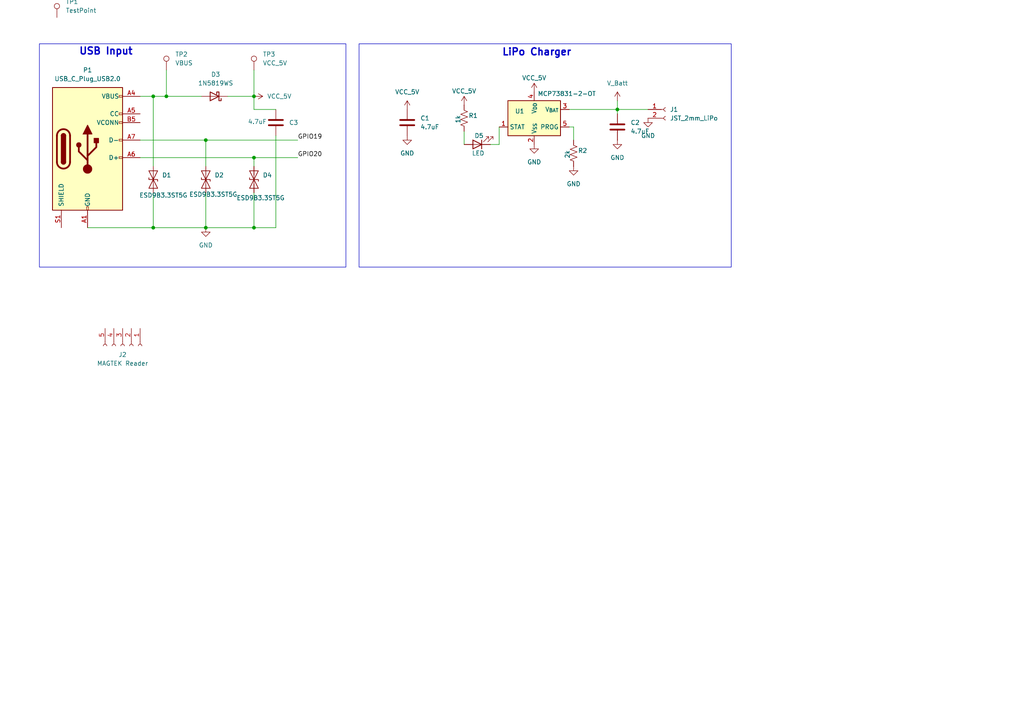
<source format=kicad_sch>
(kicad_sch (version 20250114) (generator "eeschema") (generator_version "9.0")
  (paper "A4")
  (title_block (title "Pos with lcd, magtek reader, esp32s3") (date "2025-12-18") (rev "V1") (company "Nyir"))
  (lib_symbols
    (symbol "Battery_Management:MCP73831-2-OT"
      (property "Reference" "U1" (at 2.1433 10.16 0))
      (property "Value" "MCP73831-2-OT" (at 2.1433 7.62 0))
      (symbol "MCP73831-2-OT_0_1"
        (rectangle (start -7.62 5.08) (end 7.62 -5.08) (stroke (width 0.254)) (fill (type background)))
      )
      (symbol "MCP73831-2-OT_1_1"
        (pin input line (at -10.16 -2.54 0) (length 2.54) (name "STAT") (number "1"))
        (pin power_in line (at 0 7.62 270) (length 2.54) (name "V_{DD}") (number "4"))
        (pin power_in line (at 0 -7.62 90) (length 2.54) (name "V_{SS}") (number "2"))
        (pin power_out line (at 10.16 2.54 180) (length 2.54) (name "V_{BAT}") (number "3"))
        (pin tri_state line (at 10.16 -2.54 180) (length 2.54) (name "PROG") (number "5"))
      )
    )
    (symbol "Connector:Conn_01x02_Socket" (pin_names (offset 1.016) (hide yes))
      (property "Reference" "J" (at 0 2.54 0))
      (property "Value" "Conn_01x02_Socket" (at 0 -5.08 0))
      (symbol "Conn_01x02_Socket_1_1"
        (polyline (pts (xy -1.27 0) (xy -0.508 0)) (stroke (width 0.1524)))
        (polyline (pts (xy -1.27 -2.54) (xy -0.508 -2.54)) (stroke (width 0.1524)))
        (arc (start 0 -0.508) (mid -0.5058 0) (end 0 0.508) (stroke (width 0.1524)))
        (arc (start 0 -3.048) (mid -0.5058 -2.54) (end 0 -2.032) (stroke (width 0.1524)))
        (pin passive line (at -5.08 0 0) (length 3.81) (name "Pin_1") (number "1"))
        (pin passive line (at -5.08 -2.54 0) (length 3.81) (name "Pin_2") (number "2"))
      )
    )
    (symbol "Connector:Conn_01x05_Socket" (pin_names (offset 1.016) (hide yes))
      (property "Reference" "J" (at 0 7.62 0))
      (property "Value" "Conn_01x05_Socket" (at 0 -7.62 0))
      (symbol "Conn_01x05_Socket_1_1"
        (polyline (pts (xy -1.27 5.08) (xy -0.508 5.08)) (stroke (width 0.1524)))
        (polyline (pts (xy -1.27 2.54) (xy -0.508 2.54)) (stroke (width 0.1524)))
        (polyline (pts (xy -1.27 0) (xy -0.508 0)) (stroke (width 0.1524)))
        (polyline (pts (xy -1.27 -2.54) (xy -0.508 -2.54)) (stroke (width 0.1524)))
        (polyline (pts (xy -1.27 -5.08) (xy -0.508 -5.08)) (stroke (width 0.1524)))
        (arc (start 0 4.572) (mid -0.5058 5.08) (end 0 5.588) (stroke (width 0.1524)))
        (arc (start 0 2.032) (mid -0.5058 2.54) (end 0 3.048) (stroke (width 0.1524)))
        (arc (start 0 -0.508) (mid -0.5058 0) (end 0 0.508) (stroke (width 0.1524)))
        (arc (start 0 -3.048) (mid -0.5058 -2.54) (end 0 -2.032) (stroke (width 0.1524)))
        (arc (start 0 -5.588) (mid -0.5058 -5.08) (end 0 -4.572) (stroke (width 0.1524)))
        (pin passive line (at -5.08 5.08 0) (length 3.81) (name "Pin_1") (number "1"))
        (pin passive line (at -5.08 2.54 0) (length 3.81) (name "Pin_2") (number "2"))
        (pin passive line (at -5.08 0 0) (length 3.81) (name "Pin_3") (number "3"))
        (pin passive line (at -5.08 -2.54 0) (length 3.81) (name "Pin_4") (number "4"))
        (pin passive line (at -5.08 -5.08 0) (length 3.81) (name "Pin_5") (number "5"))
      )
    )
    (symbol "Connector:TestPoint" (pin_numbers (hide yes)) (pin_names (offset 0.762) (hide yes))
      (property "Reference" "TP" (at 0 6.858 0))
      (property "Value" "TestPoint" (at 0 5.08 0))
      (symbol "TestPoint_0_1"
        (circle (center 0 3.302) (radius 0.762))
      )
      (symbol "TestPoint_1_1"
        (pin passive line (at 0 0 90) (length 2.54) (name "1") (number "1"))
      )
    )
    (symbol "Connector:USB_C_Plug_USB2.0" (pin_names (offset 1.016))
      (property "Reference" "P" (at -10.16 19.05 0))
      (property "Value" "USB_C_Plug_USB2.0" (at 12.7 19.05 0))
      (symbol "USB_C_Plug_USB2.0_0_0"
        (rectangle (start -0.254 -17.78) (end 0.254 -16.764))
        (rectangle (start 10.16 15.494) (end 9.144 14.986))
        (rectangle (start 10.16 10.414) (end 9.144 9.906))
        (rectangle (start 10.16 7.874) (end 9.144 7.366))
        (rectangle (start 10.16 2.794) (end 9.144 2.286))
        (rectangle (start 10.16 -2.286) (end 9.144 -2.794))
      )
      (symbol "USB_C_Plug_USB2.0_0_1"
        (rectangle (start -10.16 17.78) (end 10.16 -17.78) (stroke (width 0.254)) (fill (type background)))
        (polyline (pts (xy -8.89 -3.81) (xy -8.89 3.81)) (stroke (width 0.508)))
        (rectangle (start -7.62 -3.81) (end -6.35 3.81) (stroke (width 0.254)) (fill (type outline)))
        (arc (start -7.62 3.81) (mid -6.985 4.4423) (end -6.35 3.81) (stroke (width 0.254)))
        (arc (start -7.62 3.81) (mid -6.985 4.4423) (end -6.35 3.81) (stroke (width 0.254)) (fill (type outline)))
        (arc (start -8.89 3.81) (mid -6.985 5.7067) (end -5.08 3.81) (stroke (width 0.508)))
        (arc (start -5.08 -3.81) (mid -6.985 -5.7067) (end -8.89 -3.81) (stroke (width 0.508)))
        (arc (start -6.35 -3.81) (mid -6.985 -4.4423) (end -7.62 -3.81) (stroke (width 0.254)))
        (arc (start -6.35 -3.81) (mid -6.985 -4.4423) (end -7.62 -3.81) (stroke (width 0.254)) (fill (type outline)))
        (polyline (pts (xy -5.08 3.81) (xy -5.08 -3.81)) (stroke (width 0.508)))
        (circle (center -2.54 1.143) (radius 0.635) (stroke (width 0.254)) (fill (type outline)))
        (polyline (pts (xy -1.27 4.318) (xy 0 6.858) (xy 1.27 4.318) (xy -1.27 4.318)) (stroke (width 0.254)) (fill (type outline)))
        (polyline (pts (xy 0 -2.032) (xy 2.54 0.508) (xy 2.54 1.778)) (stroke (width 0.508)))
        (polyline (pts (xy 0 -3.302) (xy -2.54 -0.762) (xy -2.54 0.508)) (stroke (width 0.508)))
        (polyline (pts (xy 0 -5.842) (xy 0 4.318)) (stroke (width 0.508)))
        (circle (center 0 -5.842) (radius 1.27) (fill (type outline)))
        (rectangle (start 1.905 1.778) (end 3.175 3.048) (stroke (width 0.254)) (fill (type outline)))
      )
      (symbol "USB_C_Plug_USB2.0_1_1"
        (pin passive line (at -7.62 -22.86 90) (length 5.08) (name "SHIELD") (number "S1"))
        (pin passive line (at 0 -22.86 90) (length 5.08) (name "GND") (number "A1"))
        (pin passive line (at 0 -22.86 90) (length 5.08) (hide yes) (name "GND") (number "A12"))
        (pin passive line (at 0 -22.86 90) (length 5.08) (hide yes) (name "GND") (number "B1"))
        (pin passive line (at 0 -22.86 90) (length 5.08) (hide yes) (name "GND") (number "B12"))
        (pin passive line (at 15.24 15.24 180) (length 5.08) (name "VBUS") (number "A4"))
        (pin passive line (at 15.24 15.24 180) (length 5.08) (hide yes) (name "VBUS") (number "A9"))
        (pin passive line (at 15.24 15.24 180) (length 5.08) (hide yes) (name "VBUS") (number "B4"))
        (pin passive line (at 15.24 15.24 180) (length 5.08) (hide yes) (name "VBUS") (number "B9"))
        (pin bidirectional line (at 15.24 10.16 180) (length 5.08) (name "CC") (number "A5"))
        (pin bidirectional line (at 15.24 7.62 180) (length 5.08) (name "VCONN") (number "B5"))
        (pin bidirectional line (at 15.24 2.54 180) (length 5.08) (name "D-") (number "A7"))
        (pin bidirectional line (at 15.24 -2.54 180) (length 5.08) (name "D+") (number "A6"))
      )
    )
    (symbol "Device:C" (pin_numbers (hide yes)) (pin_names (offset 0.254))
      (property "Reference" "C" (at 0.635 2.54 0))
      (property "Value" "C" (at 0.635 -2.54 0))
      (symbol "C_0_1"
        (polyline (pts (xy -2.032 0.762) (xy 2.032 0.762)) (stroke (width 0.508)))
        (polyline (pts (xy -2.032 -0.762) (xy 2.032 -0.762)) (stroke (width 0.508)))
      )
      (symbol "C_1_1"
        (pin passive line (at 0 3.81 270) (length 2.794) (name "~") (number "1"))
        (pin passive line (at 0 -3.81 90) (length 2.794) (name "~") (number "2"))
      )
    )
    (symbol "Device:LED" (pin_numbers (hide yes)) (pin_names (offset 1.016) (hide yes))
      (property "Reference" "D" (at 0 2.54 0))
      (property "Value" "LED" (at 0 -2.54 0))
      (symbol "LED_0_1"
        (polyline (pts (xy -3.048 -0.762) (xy -4.572 -2.286) (xy -3.81 -2.286) (xy -4.572 -2.286) (xy -4.572 -1.524)))
        (polyline (pts (xy -1.778 -0.762) (xy -3.302 -2.286) (xy -2.54 -2.286) (xy -3.302 -2.286) (xy -3.302 -1.524)))
        (polyline (pts (xy -1.27 0) (xy 1.27 0)))
        (polyline (pts (xy -1.27 -1.27) (xy -1.27 1.27)) (stroke (width 0.254)))
        (polyline (pts (xy 1.27 -1.27) (xy 1.27 1.27) (xy -1.27 0) (xy 1.27 -1.27)) (stroke (width 0.254)))
      )
      (symbol "LED_1_1"
        (pin passive line (at -3.81 0 0) (length 2.54) (name "K") (number "1"))
        (pin passive line (at 3.81 0 180) (length 2.54) (name "A") (number "2"))
      )
    )
    (symbol "Device:R_US" (pin_numbers (hide yes)) (pin_names (offset 0))
      (property "Reference" "R" (at 2.54 0 90))
      (property "Value" "R_US" (at -2.54 0 90))
      (symbol "R_US_0_1"
        (polyline (pts (xy 0 2.286) (xy 0 2.54)))
        (polyline (pts (xy 0 2.286) (xy 1.016 1.905) (xy 0 1.524) (xy -1.016 1.143) (xy 0 0.762)))
        (polyline (pts (xy 0 0.762) (xy 1.016 0.381) (xy 0 0) (xy -1.016 -0.381) (xy 0 -0.762)))
        (polyline (pts (xy 0 -0.762) (xy 1.016 -1.143) (xy 0 -1.524) (xy -1.016 -1.905) (xy 0 -2.286)))
        (polyline (pts (xy 0 -2.286) (xy 0 -2.54)))
      )
      (symbol "R_US_1_1"
        (pin passive line (at 0 3.81 270) (length 1.27) (name "~") (number "1"))
        (pin passive line (at 0 -3.81 90) (length 1.27) (name "~") (number "2"))
      )
    )
    (symbol "Diode:1N5819WS" (pin_numbers (hide yes)) (pin_names (offset 1.016) (hide yes))
      (property "Reference" "D" (at 0 2.54 0))
      (property "Value" "1N5819WS" (at 0 -2.54 0))
      (symbol "1N5819WS_0_1"
        (polyline (pts (xy -1.905 0.635) (xy -1.905 1.27) (xy -1.27 1.27) (xy -1.27 -1.27) (xy -0.635 -1.27) (xy -0.635 -0.635)) (stroke (width 0.254)))
        (polyline (pts (xy 1.27 1.27) (xy 1.27 -1.27) (xy -1.27 0) (xy 1.27 1.27)) (stroke (width 0.254)))
        (polyline (pts (xy 1.27 0) (xy -1.27 0)))
      )
      (symbol "1N5819WS_1_1"
        (pin passive line (at -3.81 0 0) (length 2.54) (name "K") (number "1"))
        (pin passive line (at 3.81 0 180) (length 2.54) (name "A") (number "2"))
      )
    )
    (symbol "Diode:ESD9B3.3ST5G" (pin_numbers (hide yes)) (pin_names (offset 1.016) (hide yes))
      (property "Reference" "D" (at 0 2.54 0))
      (property "Value" "ESD9B3.3ST5G" (at 0 -2.54 0))
      (symbol "ESD9B3.3ST5G_0_1"
        (polyline (pts (xy -2.54 -1.27) (xy 0 0) (xy -2.54 1.27) (xy -2.54 -1.27)) (stroke (width 0.2032)))
        (polyline (pts (xy 0.508 1.27) (xy 0 1.27) (xy 0 -1.27) (xy -0.508 -1.27)) (stroke (width 0.2032)))
        (polyline (pts (xy 1.27 0) (xy -1.27 0)))
        (polyline (pts (xy 2.54 1.27) (xy 2.54 -1.27) (xy 0 0) (xy 2.54 1.27)) (stroke (width 0.2032)))
      )
      (symbol "ESD9B3.3ST5G_1_1"
        (pin passive line (at -3.81 0 0) (length 2.54) (name "A1") (number "1"))
        (pin passive line (at 3.81 0 180) (length 2.54) (name "A2") (number "2"))
      )
    )
    (symbol "power:GND" (power) (pin_numbers (hide yes)) (pin_names (offset 0) (hide yes))
      (property "Value" "GND" (at 0 -3.81 0))
      (symbol "GND_0_1"
        (polyline (pts (xy 0 0) (xy 0 -1.27) (xy 1.27 -1.27) (xy 0 -2.54) (xy -1.27 -1.27) (xy 0 -1.27)))
      )
      (symbol "GND_1_1"
        (pin power_in line (at 0 0 270) (length 0) (name "~") (number "1"))
      )
    )
    (symbol "power:VCC" (power) (pin_numbers (hide yes)) (pin_names (offset 0) (hide yes))
      (property "Value" "VCC" (at 0 3.556 0))
      (symbol "VCC_0_1"
        (polyline (pts (xy -0.762 1.27) (xy 0 2.54)))
        (polyline (pts (xy 0 2.54) (xy 0.762 1.27)))
        (polyline (pts (xy 0 0) (xy 0 2.54)))
      )
      (symbol "VCC_1_1"
        (pin power_in line (at 0 0 90) (length 0) (name "~") (number "1"))
      )
    )
  )
  (rectangle (start 11.43 12.7) (end 100.33 77.47))
  (rectangle (start 104.14 12.7) (end 212.09 77.47))
  (text "LiPo Charger" (at 155.702 15.24 0) (effects (font (size 2.032 2.032) (thickness 0.4064) (bold yes))))
  (text "USB Input" (at 30.734 14.986 0) (effects (font (size 2.032 2.032) (thickness 0.4064) (bold yes))))
  (junction (at 44.45 27.94))
  (junction (at 48.26 27.94))
  (junction (at 44.45 66.04))
  (junction (at 59.69 66.04))
  (junction (at 59.69 40.64))
  (junction (at 73.66 45.72))
  (junction (at 73.66 27.94))
  (junction (at 179.07 31.75))
  (junction (at 73.66 66.04))
  (wire (pts (xy 40.64 27.94) (xy 44.45 27.94)))
  (wire (pts (xy 44.45 55.88) (xy 44.45 66.04)))
  (wire (pts (xy 80.01 66.04) (xy 73.66 66.04)))
  (wire (pts (xy 73.66 20.32) (xy 73.66 27.94)))
  (wire (pts (xy 80.01 39.37) (xy 80.01 66.04)))
  (wire (pts (xy 73.66 55.88) (xy 73.66 66.04)))
  (wire (pts (xy 73.66 66.04) (xy 59.69 66.04)))
  (wire (pts (xy 165.1 36.83) (xy 166.37 36.83)))
  (wire (pts (xy 144.78 41.91) (xy 144.78 36.83)))
  (wire (pts (xy 179.07 31.75) (xy 187.96 31.75)))
  (wire (pts (xy 86.36 40.64) (xy 59.69 40.64)))
  (wire (pts (xy 134.62 38.1) (xy 134.62 41.91)))
  (wire (pts (xy 142.24 41.91) (xy 144.78 41.91)))
  (wire (pts (xy 86.36 45.72) (xy 73.66 45.72)))
  (wire (pts (xy 59.69 66.04) (xy 44.45 66.04)))
  (wire (pts (xy 44.45 66.04) (xy 25.4 66.04)))
  (wire (pts (xy 80.01 31.75) (xy 73.66 31.75)))
  (wire (pts (xy 73.66 31.75) (xy 73.66 27.94)))
  (wire (pts (xy 73.66 45.72) (xy 73.66 48.26)))
  (wire (pts (xy 48.26 20.32) (xy 48.26 27.94)))
  (wire (pts (xy 40.64 40.64) (xy 59.69 40.64)))
  (wire (pts (xy 44.45 27.94) (xy 48.26 27.94)))
  (wire (pts (xy 59.69 40.64) (xy 59.69 48.26)))
  (wire (pts (xy 48.26 27.94) (xy 58.42 27.94)))
  (wire (pts (xy 44.45 27.94) (xy 44.45 48.26)))
  (wire (pts (xy 179.07 31.75) (xy 179.07 33.02)))
  (wire (pts (xy 59.69 55.88) (xy 59.69 66.04)))
  (wire (pts (xy 165.1 31.75) (xy 179.07 31.75)))
  (wire (pts (xy 166.37 36.83) (xy 166.37 40.64)))
  (wire (pts (xy 66.04 27.94) (xy 73.66 27.94)))
  (wire (pts (xy 179.07 29.21) (xy 179.07 31.75)))
  (wire (pts (xy 40.64 45.72) (xy 73.66 45.72)))
  (label "GPIO20" (at 86.36 45.72 0))
  (label "GPIO19" (at 86.36 40.64 0))
  (symbol (lib_id "Connector:Conn_01x02_Socket") (at 193.04 31.75 0) (unit 1)
    (property "Reference" "J1" (at 194.31 31.7499 0) (effects (justify left)))
    (property "Value" "JST_2mm_LiPo" (at 194.31 34.2899 0) (effects (justify left)))
    (property "Description" "Generic connector, single row, 01x02, script generated" (effects (hide yes)))
  )
  (symbol (lib_id "Diode:ESD9B3.3ST5G") (at 59.69 52.07 90) (unit 1)
    (property "Reference" "D2" (at 62.23 50.7999 90) (effects (justify right)))
    (property "Value" "ESD9B3.3ST5G" (at 54.864 56.388 90) (effects (justify right)))
    (property "Footprint" "Diode_SMD:D_SOD-923" (effects (hide yes)))
    (property "Datasheet" "https://www.onsemi.com/pub/Collateral/ESD9B-D.PDF" (effects (hide yes)))
    (property "Description" "ESD protection diode, 3.3Vrwm, SOD-923" (effects (hide yes)))
  )
  (symbol (lib_id "Diode:1N5819WS") (at 62.23 27.94 180) (unit 1)
    (property "Reference" "D3" (at 62.5475 21.59 0))
    (property "Value" "1N5819WS" (at 62.5475 24.13 0))
    (property "Footprint" "Diode_SMD:D_SOD-323" (effects (hide yes)))
    (property "Datasheet" "https://datasheet.lcsc.com/lcsc/2204281430_Guangdong-Hottech-1N5819WS_C191023.pdf" (effects (hide yes)))
    (property "Description" "40V 600mV@1A 1A SOD-323 Schottky Barrier Diodes, SOD-323" (effects (hide yes)))
  )
  (symbol (lib_id "Diode:ESD9B3.3ST5G") (at 44.45 52.07 90) (unit 1)
    (property "Reference" "D1" (at 46.99 50.7999 90) (effects (justify right)))
    (property "Value" "ESD9B3.3ST5G" (at 40.386 56.642 90) (effects (justify right)))
    (property "Footprint" "Diode_SMD:D_SOD-923" (effects (hide yes)))
    (property "Datasheet" "https://www.onsemi.com/pub/Collateral/ESD9B-D.PDF" (effects (hide yes)))
    (property "Description" "ESD protection diode, 3.3Vrwm, SOD-923" (effects (hide yes)))
  )
  (symbol (lib_id "Device:C") (at 118.11 35.56 0) (unit 1)
    (property "Reference" "C1" (at 121.92 34.2899 0) (effects (justify left)))
    (property "Value" "4.7uF" (at 121.92 36.8299 0) (effects (justify left)))
    (property "Description" "Unpolarized capacitor" (effects (hide yes)))
  )
  (symbol (lib_id "Diode:ESD9B3.3ST5G") (at 73.66 52.07 90) (unit 1)
    (property "Reference" "D4" (at 76.2 50.7999 90) (effects (justify right)))
    (property "Value" "ESD9B3.3ST5G" (at 68.58 57.404 90) (effects (justify right)))
    (property "Footprint" "Diode_SMD:D_SOD-923" (effects (hide yes)))
    (property "Datasheet" "https://www.onsemi.com/pub/Collateral/ESD9B-D.PDF" (effects (hide yes)))
    (property "Description" "ESD protection diode, 3.3Vrwm, SOD-923" (effects (hide yes)))
  )
  (symbol (lib_id "power:GND") (at 179.07 40.64 0) (unit 1)
    (property "Reference" "#PWR011" (effects (hide yes)))
    (property "Value" "GND" (at 179.07 45.72 0))
    (property "Description" "Power symbol creates a global label with name \"GND\" , ground" (effects (hide yes)))
  )
  (symbol (lib_id "Connector:TestPoint") (at 48.26 20.32 0) (unit 1)
    (property "Reference" "TP2" (at 50.8 15.7479 0) (effects (justify left)))
    (property "Value" "VBUS" (at 50.8 18.2879 0) (effects (justify left)))
    (property "Description" "test point" (effects (hide yes)))
  )
  (symbol (lib_id "power:VCC") (at 179.07 29.21 0) (unit 1)
    (property "Reference" "#PWR010" (effects (hide yes)))
    (property "Value" "V_Batt" (at 179.07 24.13 0))
    (property "Description" "Power symbol creates a global label with name \"VCC\"" (effects (hide yes)))
  )
  (symbol (lib_id "power:VCC") (at 134.62 30.48 0) (unit 1)
    (property "Reference" "#PWR06" (effects (hide yes)))
    (property "Value" "VCC_5V" (at 134.62 26.416 0))
    (property "Description" "Power symbol creates a global label with name \"VCC\"" (effects (hide yes)))
  )
  (symbol (lib_id "Device:C") (at 179.07 36.83 0) (unit 1)
    (property "Reference" "C2" (at 182.88 35.5599 0) (effects (justify left)))
    (property "Value" "4.7uF" (at 182.88 38.0999 0) (effects (justify left)))
    (property "Description" "Unpolarized capacitor" (effects (hide yes)))
  )
  (symbol (lib_id "Device:R_US") (at 134.62 34.29 0) (unit 1)
    (property "Reference" "R1" (at 135.89 33.528 0) (effects (justify left)))
    (property "Value" "1k" (at 132.842 35.814 90) (effects (justify left)))
    (property "Description" "Resistor, US symbol" (effects (hide yes)))
  )
  (symbol (lib_id "Device:LED") (at 138.43 41.91 180) (unit 1)
    (property "Reference" "D5" (at 138.938 39.37 0))
    (property "Value" "LED" (at 138.684 44.45 0))
    (property "Description" "Light emitting diode" (effects (hide yes)))
    (property "Sim.Pins" "1=K 2=A" (effects (hide yes)))
  )
  (symbol (lib_id "Connector:USB_C_Plug_USB2.0") (at 25.4 43.18 0) (unit 1)
    (property "Reference" "P1" (at 25.4 20.32 0))
    (property "Value" "USB_C_Plug_USB2.0" (at 25.4 22.86 0))
    (property "Datasheet" "https://www.usb.org/sites/default/files/documents/usb_type-c.zip" (effects (hide yes)))
    (property "Description" "USB 2.0-only Type-C Plug connector" (effects (hide yes)))
  )
  (symbol (lib_id "Device:C") (at 80.01 35.56 0) (unit 1)
    (property "Reference" "C3" (at 83.82 35.56 0) (effects (justify left)))
    (property "Value" "4.7uF" (at 71.882 35.306 0) (effects (justify left)))
    (property "Description" "Unpolarized capacitor" (effects (hide yes)))
  )
  (symbol (lib_id "power:VCC") (at 154.94 26.67 0) (unit 1)
    (property "Reference" "#PWR07" (effects (hide yes)))
    (property "Value" "VCC_5V" (at 154.94 22.606 0))
    (property "Description" "Power symbol creates a global label with name \"VCC\"" (effects (hide yes)))
  )
  (symbol (lib_id "Connector:TestPoint") (at 16.51 5.08 0) (unit 1)
    (property "Reference" "TP1" (at 19.05 0.5079 0) (effects (justify left)))
    (property "Value" "TestPoint" (at 19.05 3.0479 0) (effects (justify left)))
    (property "Description" "test point" (effects (hide yes)))
  )
  (symbol (lib_id "Connector:TestPoint") (at 73.66 20.32 0) (unit 1)
    (property "Reference" "TP3" (at 76.2 15.7479 0) (effects (justify left)))
    (property "Value" "VCC_5V" (at 76.2 18.2879 0) (effects (justify left)))
    (property "Description" "test point" (effects (hide yes)))
  )
  (symbol (lib_id "power:GND") (at 187.96 34.29 0) (unit 1)
    (property "Reference" "#PWR012" (effects (hide yes)))
    (property "Value" "GND" (at 187.96 39.37 0))
    (property "Description" "Power symbol creates a global label with name \"GND\" , ground" (effects (hide yes)))
  )
  (symbol (lib_id "power:GND") (at 118.11 39.37 0) (unit 1)
    (property "Reference" "#PWR05" (effects (hide yes)))
    (property "Value" "GND" (at 118.11 44.45 0))
    (property "Description" "Power symbol creates a global label with name \"GND\" , ground" (effects (hide yes)))
  )
  (symbol (lib_id "power:GND") (at 59.69 66.04 0) (unit 1)
    (property "Reference" "#PWR01" (effects (hide yes)))
    (property "Value" "GND" (at 59.69 71.12 0))
    (property "Description" "Power symbol creates a global label with name \"GND\" , ground" (effects (hide yes)))
  )
  (symbol (lib_id "Connector:Conn_01x05_Socket") (at 35.56 100.33 270) (unit 1)
    (property "Reference" "J2" (at 35.56 102.87 90))
    (property "Value" "MAGTEK Reader" (at 35.56 105.41 90))
    (property "Description" "Generic connector, single row, 01x05, script generated" (effects (hide yes)))
  )
  (symbol (lib_id "power:GND") (at 154.94 41.91 0) (unit 1)
    (property "Reference" "#PWR08" (effects (hide yes)))
    (property "Value" "GND" (at 154.94 46.99 0))
    (property "Description" "Power symbol creates a global label with name \"GND\" , ground" (effects (hide yes)))
  )
  (symbol (lib_id "Battery_Management:MCP73831-2-OT") (at 154.94 34.29 0) (unit 1)
    (property "Reference" "U1" (at 149.352 32.258 0) (effects (justify left)))
    (property "Value" "MCP73831-2-OT" (at 155.956 27.178 0) (effects (justify left)))
    (property "Footprint" "Package_TO_SOT_SMD:SOT-23-5" (effects (hide yes)))
    (property "Datasheet" "http://ww1.microchip.com/downloads/en/DeviceDoc/20001984g.pdf" (effects (hide yes)))
    (property "Description" "Single cell, Li-Ion/Li-Po charge management controller, 4.20V, Tri-State Status Output, in SOT23-5 package" (effects (hide yes)))
  )
  (symbol (lib_id "Device:R_US") (at 166.37 44.45 0) (unit 1)
    (property "Reference" "R2" (at 167.64 43.688 0) (effects (justify left)))
    (property "Value" "2k" (at 164.592 45.974 90) (effects (justify left)))
    (property "Description" "Resistor, US symbol" (effects (hide yes)))
  )
  (symbol (lib_id "power:GND") (at 166.37 48.26 0) (unit 1)
    (property "Reference" "#PWR09" (effects (hide yes)))
    (property "Value" "GND" (at 166.37 53.34 0))
    (property "Description" "Power symbol creates a global label with name \"GND\" , ground" (effects (hide yes)))
  )
  (symbol (lib_id "power:VCC") (at 73.66 27.94 270) (unit 1)
    (property "Reference" "#PWR02" (effects (hide yes)))
    (property "Value" "VCC_5V" (at 77.47 27.9399 90) (effects (justify left)))
    (property "Description" "Power symbol creates a global label with name \"VCC\"" (effects (hide yes)))
  )
  (symbol (lib_id "power:VCC") (at 118.11 31.75 0) (unit 1)
    (property "Reference" "#PWR04" (effects (hide yes)))
    (property "Value" "VCC_5V" (at 118.11 26.67 0))
    (property "Description" "Power symbol creates a global label with name \"VCC\"" (effects (hide yes)))
  )
)
</source>
